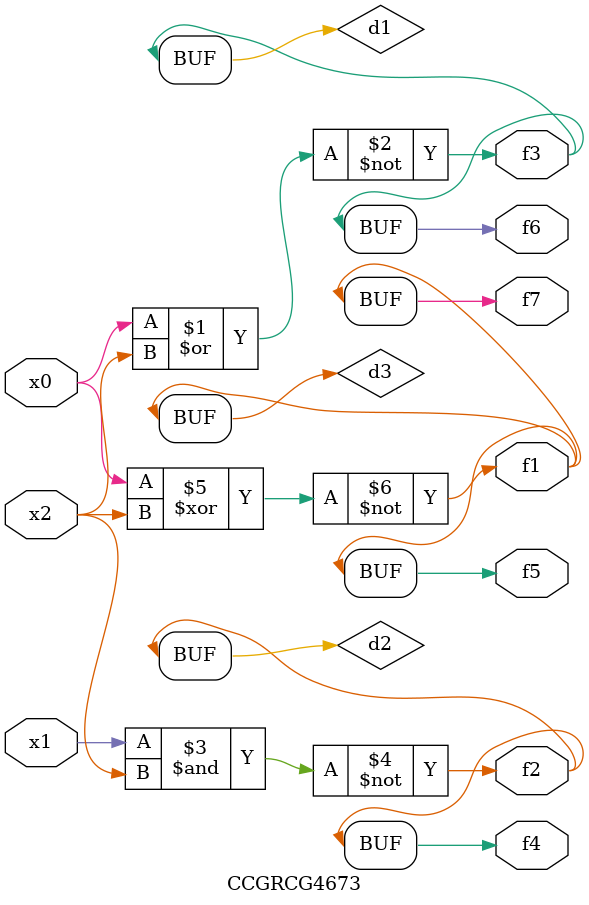
<source format=v>
module CCGRCG4673(
	input x0, x1, x2,
	output f1, f2, f3, f4, f5, f6, f7
);

	wire d1, d2, d3;

	nor (d1, x0, x2);
	nand (d2, x1, x2);
	xnor (d3, x0, x2);
	assign f1 = d3;
	assign f2 = d2;
	assign f3 = d1;
	assign f4 = d2;
	assign f5 = d3;
	assign f6 = d1;
	assign f7 = d3;
endmodule

</source>
